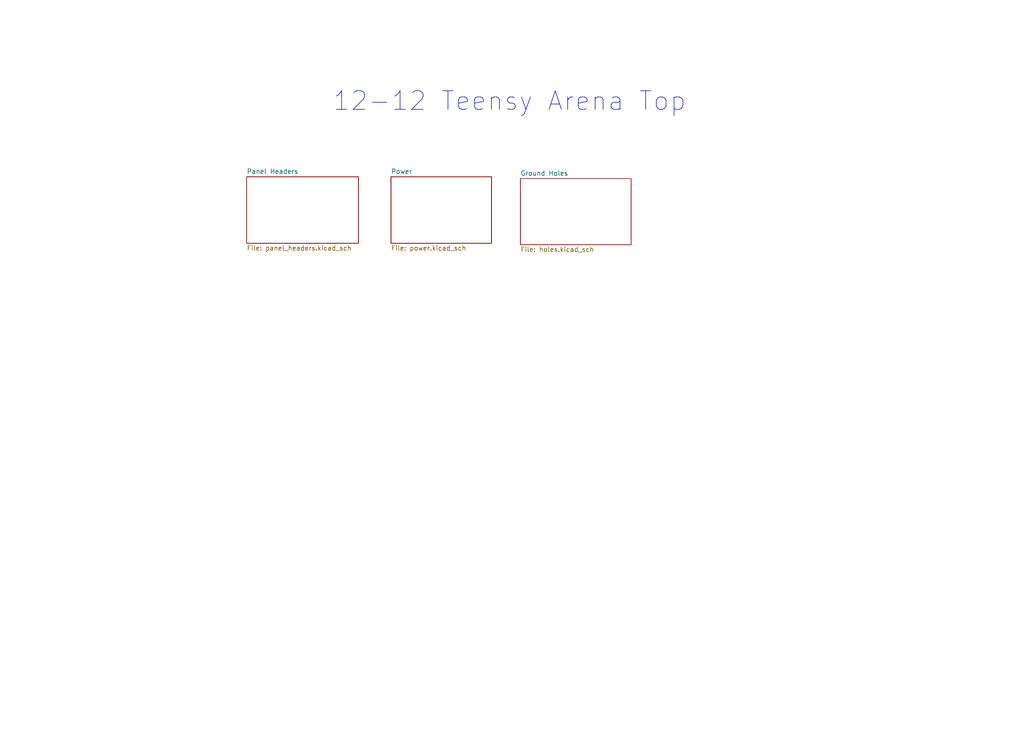
<source format=kicad_sch>
(kicad_sch
	(version 20250114)
	(generator "eeschema")
	(generator_version "9.0")
	(uuid "a2511654-3a17-43f1-8b9e-c45e375533dc")
	(paper "User" 279.4 203.2)
	(title_block
		(title "12-12 Teensy G4.1 Arena Top Modular LED Display")
		(date "2025-07-22")
		(rev "v0.4")
		(company "IORodeo for Reiserlab @ Janelia")
	)
	(lib_symbols)
	(text "12-12 Teensy Arena Top"
		(exclude_from_sim no)
		(at 90.678 30.734 0)
		(effects
			(font
				(size 5.08 5.08)
			)
			(justify left bottom)
		)
		(uuid "5a21ad0e-00ff-4028-aa06-98e7a7edcffd")
	)
	(sheet
		(at 106.68 48.26)
		(size 27.432 18.161)
		(exclude_from_sim no)
		(in_bom yes)
		(on_board yes)
		(dnp no)
		(fields_autoplaced yes)
		(stroke
			(width 0.1524)
			(type solid)
		)
		(fill
			(color 0 0 0 0.0000)
		)
		(uuid "17861c68-32c3-4000-8a50-4f303c28fa47")
		(property "Sheetname" "Power"
			(at 106.68 47.5484 0)
			(effects
				(font
					(size 1.27 1.27)
				)
				(justify left bottom)
			)
		)
		(property "Sheetfile" "power.kicad_sch"
			(at 106.68 67.0056 0)
			(effects
				(font
					(size 1.27 1.27)
				)
				(justify left top)
			)
		)
		(instances
			(project "arena_top_12-12"
				(path "/a2511654-3a17-43f1-8b9e-c45e375533dc"
					(page "3")
				)
			)
		)
	)
	(sheet
		(at 141.986 48.768)
		(size 30.226 18.034)
		(exclude_from_sim no)
		(in_bom yes)
		(on_board yes)
		(dnp no)
		(fields_autoplaced yes)
		(stroke
			(width 0.1524)
			(type solid)
		)
		(fill
			(color 0 0 0 0.0000)
		)
		(uuid "24a22302-295f-4a79-8162-dc1243f756aa")
		(property "Sheetname" "Ground Holes"
			(at 141.986 48.0564 0)
			(effects
				(font
					(size 1.27 1.27)
				)
				(justify left bottom)
			)
		)
		(property "Sheetfile" "holes.kicad_sch"
			(at 141.986 67.3866 0)
			(effects
				(font
					(size 1.27 1.27)
				)
				(justify left top)
			)
		)
		(instances
			(project "arena_top_12-12"
				(path "/a2511654-3a17-43f1-8b9e-c45e375533dc"
					(page "4")
				)
			)
		)
	)
	(sheet
		(at 67.31 48.26)
		(size 30.48 18.161)
		(exclude_from_sim no)
		(in_bom yes)
		(on_board yes)
		(dnp no)
		(fields_autoplaced yes)
		(stroke
			(width 0.1524)
			(type solid)
		)
		(fill
			(color 0 0 0 0.0000)
		)
		(uuid "ad9c294f-d898-4a63-8d96-c5c7fb69f139")
		(property "Sheetname" "Panel Headers"
			(at 67.31 47.5484 0)
			(effects
				(font
					(size 1.27 1.27)
				)
				(justify left bottom)
			)
		)
		(property "Sheetfile" "panel_headers.kicad_sch"
			(at 67.31 67.0056 0)
			(effects
				(font
					(size 1.27 1.27)
				)
				(justify left top)
			)
		)
		(instances
			(project "arena_top_12-12"
				(path "/a2511654-3a17-43f1-8b9e-c45e375533dc"
					(page "2")
				)
			)
		)
	)
	(sheet_instances
		(path "/"
			(page "1")
		)
	)
	(embedded_fonts no)
)

</source>
